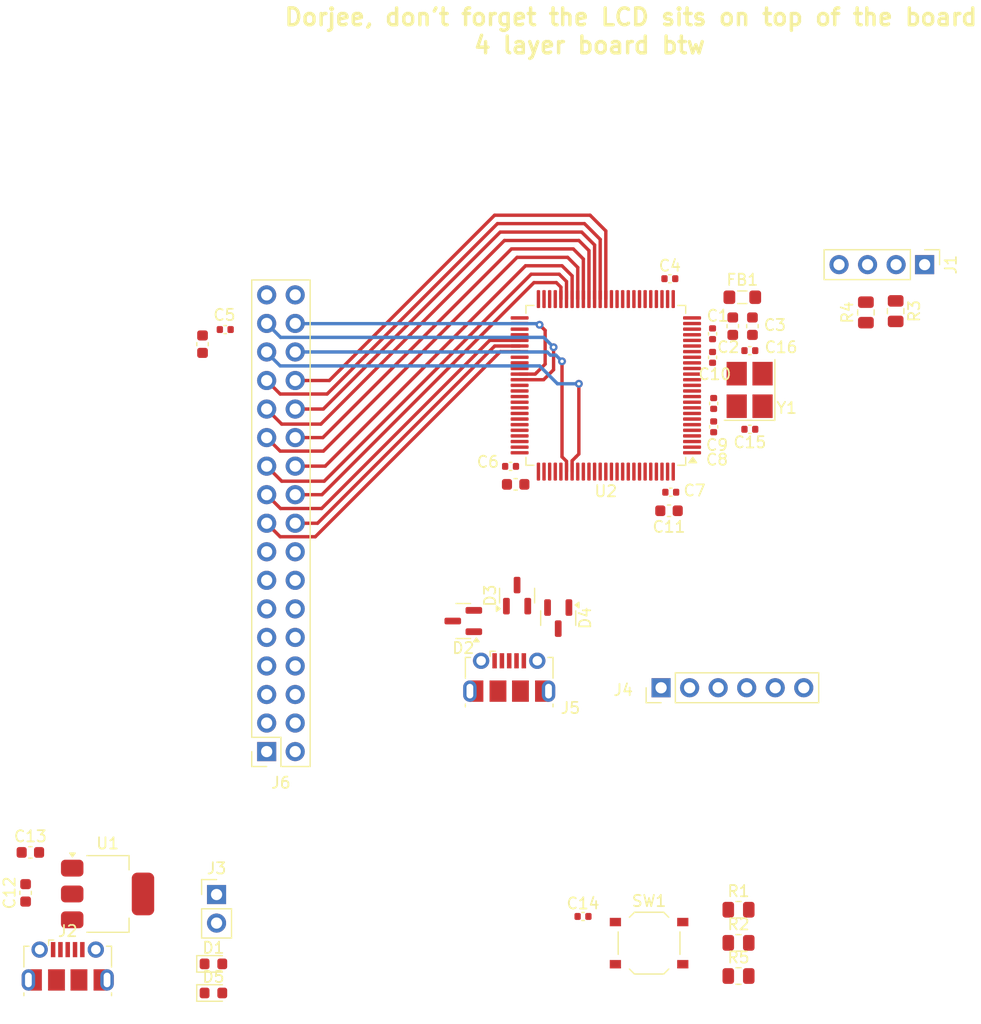
<source format=kicad_pcb>
(kicad_pcb (version 20241229) (generator "pcbnew") (generator_version "9.0")
  (layers (0 "F.Cu" signal) (4 "In1.Cu" signal) (6 "In2.Cu" signal) (2 "B.Cu" power) (13 "F.Paste" user) (15 "B.Paste" user) (5 "F.SilkS" user "F.Silkscreen") (7 "B.SilkS" user "B.Silkscreen") (1 "F.Mask" user) (3 "B.Mask" user) (25 "Edge.Cuts" user))
  (net 0 "")
  (net 1 "GND")
  (net 2 "+3.3VA")
  (net 3 "+3.3V")
  (net 4 "+5V")
  (net 5 "/SWD_NRST")
  (net 6 "/HSE_IN")
  (net 7 "/HSE_OUT")
  (net 8 "/VCAP1")
  (net 9 "/VCAP2")
  (net 10 "Net-(D1-K)")
  (net 11 "/USB_OTG_FS_VBUS")
  (net 12 "/USB_OTG_FS_D-")
  (net 13 "/USB_OTG_FS_D+")
  (net 14 "Net-(D5-A)")
  (net 15 "/USART2_RX")
  (net 16 "/USART2_TX")
  (net 26 "/SWDIO")
  (net 36 "/FMC_A16")
  (net 38 "/FMC_NOE")
  (net 39 "/LCD_NRST")
  (net 40 "/FMC_D12")
  (net 42 "/FMC_D14")
  (net 43 "/FMC_D13")
  (net 44 "/FMC_D9")
  (net 45 "/FMC_D6")
  (net 46 "/TP_SDI")
  (net 47 "/FMC_D8")
  (net 48 "/TP_IRQ")
  (net 49 "/FMC_NE1")
  (net 50 "/FMC_D7")
  (net 51 "/FMC_D3")
  (net 52 "/FMC_D15")
  (net 53 "/TP_SCK")
  (net 55 "/TP_CS")
  (net 56 "/FMC_D5")
  (net 57 "/BL_PWM")
  (net 58 "/FMC_D1")
  (net 59 "/TP_SDO")
  (net 60 "/FMC_D4")
  (net 61 "/FMC_D11")
  (net 62 "/FMC_D10")
  (net 63 "/FMC_D2")
  (net 64 "/FMC_NWE")
  (net 65 "/FMC_D0")
  (net 66 "/BOOT0")
  (net 67 "Net-(U2-PC9)")
  (net 109 "/SWDO")
  (net 110 "/SWDCLK")
  (net 113 "Net-(J1-Pin_3)")
  (net 114 "Net-(J1-Pin_2)")
  (footprint "Capacitor_SMD:C_0402_1005Metric" (layer "F.Cu") (at 192.5 77.5 -90)
    (property "Reference" "C9" (at 3.7 -0.3 0) (layer "F.SilkS"))
    (property "Value" "100n")
    (pad "1" smd roundrect (at -0.48 0 270) (size 0.56 0.62) (layers "F.Cu" "F.Mask" "F.Paste") (net 3 "+3.3V"))
    (pad "2" smd roundrect (at 0.48 0 270) (size 0.56 0.62) (layers "F.Cu" "F.Mask" "F.Paste") (net 1 "GND"))
  )
  (footprint "Capacitor_SMD:C_0603_1608Metric" (layer "F.Cu") (at 131.675 117.45)
    (property "Reference" "C13" (at 0 -1.43 0) (layer "F.SilkS"))
    (property "Value" "22u")
    (pad "1" smd roundrect (at -0.775 0) (size 0.9 0.95) (layers "F.Cu" "F.Mask" "F.Paste") (net 3 "+3.3V"))
    (pad "2" smd roundrect (at 0.775 0) (size 0.9 0.95) (layers "F.Cu" "F.Mask" "F.Paste") (net 1 "GND"))
  )
  (footprint "Button_Switch_SMD:SW_Push_1P1T_XKB_TS-1187A" (layer "F.Cu") (at 186.75 125.525)
    (property "Reference" "SW1" (at 0 -3.75 0) (layer "F.SilkS"))
    (property "Value" "SW_Push")
    (pad "1" smd rect (at -3 -1.875) (size 1 0.75) (layers "F.Cu" "F.Mask" "F.Paste") (net 1 "GND"))
    (pad "1" smd rect (at 3 -1.875) (size 1 0.75) (layers "F.Cu" "F.Mask" "F.Paste") (net 1 "GND"))
    (pad "2" smd rect (at -3 1.875) (size 1 0.75) (layers "F.Cu" "F.Mask" "F.Paste") (net 5 "/SWD_NRST"))
    (pad "2" smd rect (at 3 1.875) (size 1 0.75) (layers "F.Cu" "F.Mask" "F.Paste") (net 5 "/SWD_NRST"))
  )
  (footprint "Resistor_SMD:R_0805_2012Metric" (layer "F.Cu") (at 208.7 69.2875 -90)
    (property "Reference" "R3" (at 0 -1.65 90) (layer "F.SilkS"))
    (property "Value" "220R")
    (pad "1" smd roundrect (at -0.9125 0 270) (size 1.025 1.4) (layers "F.Cu" "F.Mask" "F.Paste") (roundrect_rratio 0.243902) (net 16 "/USART2_TX"))
    (pad "2" smd roundrect (at 0.9125 0 270) (size 1.025 1.4) (layers "F.Cu" "F.Mask" "F.Paste") (roundrect_rratio 0.243902) (net 114 "Net-(J1-Pin_2)"))
  )
  (footprint "Connector_USB:USB_Micro-B_Molex-105017-0001" (layer "F.Cu") (at 174.3 101.8625)
    (property "Reference" "J5" (at 5.45 2.7375 0) (layer "F.SilkS"))
    (property "Value" "USB_B_Micro")
    (pad "1" smd rect (at -1.3 -1.4625) (size 0.4 1.35) (layers "F.Cu" "F.Mask" "F.Paste") (net 11 "/USB_OTG_FS_VBUS"))
    (pad "2" smd rect (at -0.65 -1.4625) (size 0.4 1.35) (layers "F.Cu" "F.Mask" "F.Paste") (net 12 "/USB_OTG_FS_D-"))
    (pad "3" smd rect (at 0 -1.4625) (size 0.4 1.35) (layers "F.Cu" "F.Mask" "F.Paste") (net 13 "/USB_OTG_FS_D+"))
    (pad "4" smd rect (at 0.65 -1.4625) (size 0.4 1.35) (layers "F.Cu" "F.Mask" "F.Paste"))
    (pad "5" smd rect (at 1.3 -1.4625) (size 0.4 1.35) (layers "F.Cu" "F.Mask" "F.Paste") (net 1 "GND"))
    (pad "6" thru_hole oval (at -3.5 1.2375 180) (size 1.2 1.9) (drill oval 0.6 1.3) (property pad_prop_heatsink) (layers "*.Cu" "*.Mask"))
    (pad "6" smd rect (at -2.9 1.2375) (size 1.2 1.9) (layers "F.Cu" "F.Mask"))
    (pad "6" thru_hole circle (at -2.5 -1.4625) (size 1.45 1.45) (drill 0.85) (property pad_prop_heatsink) (layers "*.Cu" "*.Mask"))
    (pad "6" smd rect (at -1 1.2375) (size 1.5 1.9) (layers "F.Cu" "F.Mask" "F.Paste"))
    (pad "6" smd rect (at 1 1.2375) (size 1.5 1.9) (layers "F.Cu" "F.Mask" "F.Paste"))
    (pad "6" thru_hole circle (at 2.5 -1.4625) (size 1.45 1.45) (drill 0.85) (property pad_prop_heatsink) (layers "*.Cu" "*.Mask"))
    (pad "6" smd rect (at 2.9 1.2375) (size 1.2 1.9) (layers "F.Cu" "F.Mask"))
    (pad "6" thru_hole oval (at 3.5 1.2375) (size 1.2 1.9) (drill oval 0.6 1.3) (property pad_prop_heatsink) (layers "*.Cu" "*.Mask"))
  )
  (footprint "Capacitor_SMD:C_0402_1005Metric" (layer "F.Cu") (at 195.72 79.8 180)
    (property "Reference" "C15" (at 0 -1.16 0) (layer "F.SilkS"))
    (property "Value" "10p")
    (pad "1" smd roundrect (at -0.48 0 180) (size 0.56 0.62) (layers "F.Cu" "F.Mask" "F.Paste") (net 6 "/HSE_IN"))
    (pad "2" smd roundrect (at 0.48 0 180) (size 0.56 0.62) (layers "F.Cu" "F.Mask" "F.Paste") (net 1 "GND"))
  )
  (footprint "Resistor_SMD:R_0805_2012Metric" (layer "F.Cu") (at 194.7125 125.5)
    (property "Reference" "R2" (at 0 -1.65 0) (layer "F.SilkS"))
    (property "Value" "10k")
    (pad "1" smd roundrect (at -0.9125 0) (size 1.025 1.4) (layers "F.Cu" "F.Mask" "F.Paste") (roundrect_rratio 0.243902) (net 1 "GND"))
    (pad "2" smd roundrect (at 0.9125 0) (size 1.025 1.4) (layers "F.Cu" "F.Mask" "F.Paste") (roundrect_rratio 0.243902) (net 66 "/BOOT0"))
  )
  (footprint "Resistor_SMD:R_0805_2012Metric" (layer "F.Cu") (at 194.7125 128.45)
    (property "Reference" "R5" (at 0 -1.65 0) (layer "F.SilkS"))
    (property "Value" "1k")
    (pad "1" smd roundrect (at -0.9125 0) (size 1.025 1.4) (layers "F.Cu" "F.Mask" "F.Paste") (roundrect_rratio 0.243902) (net 67 "Net-(U2-PC9)"))
    (pad "2" smd roundrect (at 0.9125 0) (size 1.025 1.4) (layers "F.Cu" "F.Mask" "F.Paste") (roundrect_rratio 0.243902) (net 14 "Net-(D5-A)"))
  )
  (footprint "Crystal:Crystal_SMD_3225-4Pin_3.2x2.5mm_HandSoldering" (layer "F.Cu") (at 195.7 76.3 90)
    (property "Reference" "Y1" (at -1.6 3.3 0) (layer "F.SilkS"))
    (property "Value" "16MHz")
    (pad "1" smd rect (at -1.45 1.15 90) (size 2.1 1.8) (layers "F.Cu" "F.Mask" "F.Paste") (net 6 "/HSE_IN"))
    (pad "2" smd rect (at 1.45 1.15 90) (size 2.1 1.8) (layers "F.Cu" "F.Mask" "F.Paste") (net 1 "GND"))
    (pad "3" smd rect (at 1.45 -1.15 90) (size 2.1 1.8) (layers "F.Cu" "F.Mask" "F.Paste") (net 7 "/HSE_OUT"))
    (pad "4" smd rect (at -1.45 -1.15 90) (size 2.1 1.8) (layers "F.Cu" "F.Mask" "F.Paste") (net 1 "GND"))
  )
  (footprint "Capacitor_SMD:C_0603_1608Metric" (layer "F.Cu") (at 194.2 70.625 -90)
    (property "Reference" "C2" (at 1.865 0.4 180) (layer "F.SilkS"))
    (property "Value" "10u")
    (pad "1" smd roundrect (at -0.775 0 270) (size 0.9 0.95) (layers "F.Cu" "F.Mask" "F.Paste") (net 2 "+3.3VA"))
    (pad "2" smd roundrect (at 0.775 0 270) (size 0.9 0.95) (layers "F.Cu" "F.Mask" "F.Paste") (net 1 "GND"))
  )
  (footprint "Capacitor_SMD:C_0603_1608Metric" (layer "F.Cu") (at 131.25 121.05 90)
    (property "Reference" "C12" (at 0 -1.43 90) (layer "F.SilkS"))
    (property "Value" "22u")
    (pad "1" smd roundrect (at -0.775 0 90) (size 0.9 0.95) (layers "F.Cu" "F.Mask" "F.Paste") (net 4 "+5V"))
    (pad "2" smd roundrect (at 0.775 0 90) (size 0.9 0.95) (layers "F.Cu" "F.Mask" "F.Paste") (net 1 "GND"))
  )
  (footprint "LED_SMD:LED_0603_1608Metric" (layer "F.Cu") (at 147.97 127.37)
    (property "Reference" "D1" (at 0 -1.43 0) (layer "F.SilkS"))
    (property "Value" "RED")
    (pad "1" smd roundrect (at -0.7875 0) (size 0.875 0.95) (layers "F.Cu" "F.Mask" "F.Paste") (net 10 "Net-(D1-K)"))
    (pad "2" smd roundrect (at 0.7875 0) (size 0.875 0.95) (layers "F.Cu" "F.Mask" "F.Paste") (net 3 "+3.3V"))
  )
  (footprint "Capacitor_SMD:C_0402_1005Metric" (layer "F.Cu") (at 180.87 123.15)
    (property "Reference" "C14" (at 0 -1.16 0) (layer "F.SilkS"))
    (property "Value" "100n")
    (pad "1" smd roundrect (at -0.48 0) (size 0.56 0.62) (layers "F.Cu" "F.Mask" "F.Paste") (net 1 "GND"))
    (pad "2" smd roundrect (at 0.48 0) (size 0.56 0.62) (layers "F.Cu" "F.Mask" "F.Paste") (net 5 "/SWD_NRST"))
  )
  (footprint "Capacitor_SMD:C_0402_1005Metric" (layer "F.Cu") (at 192.5 79.58 90)
    (property "Reference" "C8" (at -2.92 0.3 0) (layer "F.SilkS"))
    (property "Value" "100n")
    (pad "1" smd roundrect (at -0.48 0 90) (size 0.56 0.62) (layers "F.Cu" "F.Mask" "F.Paste") (net 3 "+3.3V"))
    (pad "2" smd roundrect (at 0.48 0 90) (size 0.56 0.62) (layers "F.Cu" "F.Mask" "F.Paste") (net 1 "GND"))
  )
  (footprint "Package_TO_SOT_SMD:SOT-23" (layer "F.Cu") (at 170.2125 96.8625 180)
    (property "Reference" "D2" (at 0 -2.4 0) (layer "F.SilkS"))
    (property "Value" "P6SMB6.8")
    (pad "1" smd roundrect (at -0.9375 -0.95 180) (size 1.475 0.6) (layers "F.Cu" "F.Mask" "F.Paste") (net 1 "GND"))
    (pad "2" smd roundrect (at -0.9375 0.95 180) (size 1.475 0.6) (layers "F.Cu" "F.Mask" "F.Paste") (net 11 "/USB_OTG_FS_VBUS"))
    (pad "3" smd roundrect (at 0.9375 0 180) (size 1.475 0.6) (layers "F.Cu" "F.Mask" "F.Paste"))
  )
  (footprint "Capacitor_SMD:C_0402_1005Metric" (layer "F.Cu") (at 195.72 72.8)
    (property "Reference" "C16" (at 2.78 -0.3 0) (layer "F.SilkS"))
    (property "Value" "10p")
    (pad "1" smd roundrect (at -0.48 0) (size 0.56 0.62) (layers "F.Cu" "F.Mask" "F.Paste") (net 7 "/HSE_OUT"))
    (pad "2" smd roundrect (at 0.48 0) (size 0.56 0.62) (layers "F.Cu" "F.Mask" "F.Paste") (net 1 "GND"))
  )
  (footprint "Capacitor_SMD:C_0603_1608Metric" (layer "F.Cu") (at 174.875 84.7 180)
    (property "Reference" "C18" (hide yes))
    (property "Value" "2u2")
    (pad "1" smd roundrect (at -0.775 0 180) (size 0.9 0.95) (layers "F.Cu" "F.Mask" "F.Paste") (net 9 "/VCAP2"))
    (pad "2" smd roundrect (at 0.775 0 180) (size 0.9 0.95) (layers "F.Cu" "F.Mask" "F.Paste") (net 1 "GND"))
  )
  (footprint "LED_SMD:LED_0603_1608Metric" (layer "F.Cu") (at 147.97 129.96)
    (property "Reference" "D5" (at 0 -1.43 0) (layer "F.SilkS"))
    (property "Value" "GREEN")
    (pad "1" smd roundrect (at -0.7875 0) (size 0.875 0.95) (layers "F.Cu" "F.Mask" "F.Paste") (net 1 "GND"))
    (pad "2" smd roundrect (at 0.7875 0) (size 0.875 0.95) (layers "F.Cu" "F.Mask" "F.Paste") (net 14 "Net-(D5-A)"))
  )
  (footprint "Package_TO_SOT_SMD:SOT-23" (layer "F.Cu") (at 178.6625 96.6 -90)
    (property "Reference" "D4" (at 0 -2.4 90) (layer "F.SilkS"))
    (property "Value" "P6SMB6.8")
    (pad "1" smd roundrect (at -0.9375 -0.95 270) (size 1.475 0.6) (layers "F.Cu" "F.Mask" "F.Paste") (net 1 "GND"))
    (pad "2" smd roundrect (at -0.9375 0.95 270) (size 1.475 0.6) (layers "F.Cu" "F.Mask" "F.Paste") (net 13 "/USB_OTG_FS_D+"))
    (pad "3" smd roundrect (at 0.9375 0 270) (size 1.475 0.6) (layers "F.Cu" "F.Mask" "F.Paste"))
  )
  (footprint "Capacitor_SMD:C_0402_1005Metric" (layer "F.Cu") (at 149.02 70.925 180)
    (property "Reference" "C5" (at 0.07 1.3 0) (layer "F.SilkS"))
    (property "Value" "100n")
    (pad "1" smd roundrect (at -0.48 0 180) (size 0.56 0.62) (layers "F.Cu" "F.Mask" "F.Paste") (net 3 "+3.3V"))
    (pad "2" smd roundrect (at 0.48 0 180) (size 0.56 0.62) (layers "F.Cu" "F.Mask" "F.Paste") (net 1 "GND"))
  )
  (footprint "Connector_USB:USB_Micro-B_Molex-105017-0001" (layer "F.Cu") (at 135 127.5625)
    (property "Reference" "J2" (at 0 -3.1125 0) (layer "F.SilkS"))
    (property "Value" "USB_B_Micro")
    (pad "1" smd rect (at -1.3 -1.4625) (size 0.4 1.35) (layers "F.Cu" "F.Mask" "F.Paste") (net 4 "+5V"))
    (pad "2" smd rect (at -0.65 -1.4625) (size 0.4 1.35) (layers "F.Cu" "F.Mask" "F.Paste"))
    (pad "3" smd rect (at 0 -1.4625) (size 0.4 1.35) (layers "F.Cu" "F.Mask" "F.Paste"))
    (pad "4" smd rect (at 0.65 -1.4625) (size 0.4 1.35) (layers "F.Cu" "F.Mask" "F.Paste"))
    (pad "5" smd rect (at 1.3 -1.4625) (size 0.4 1.35) (layers "F.Cu" "F.Mask" "F.Paste") (net 1 "GND"))
    (pad "6" thru_hole oval (at -3.5 1.2375 180) (size 1.2 1.9) (drill oval 0.6 1.3) (property pad_prop_heatsink) (layers "*.Cu" "*.Mask"))
    (pad "6" smd rect (at -2.9 1.2375) (size 1.2 1.9) (layers "F.Cu" "F.Mask"))
    (pad "6" thru_hole circle (at -2.5 -1.4625) (size 1.45 1.45) (drill 0.85) (property pad_prop_heatsink) (layers "*.Cu" "*.Mask"))
    (pad "6" smd rect (at -1 1.2375) (size 1.5 1.9) (layers "F.Cu" "F.Mask" "F.Paste"))
    (pad "6" smd rect (at 1 1.2375) (size 1.5 1.9) (layers "F.Cu" "F.Mask" "F.Paste"))
    (pad "6" thru_hole circle (at 2.5 -1.4625) (size 1.45 1.45) (drill 0.85) (property pad_prop_heatsink) (layers "*.Cu" "*.Mask"))
    (pad "6" smd rect (at 2.9 1.2375) (size 1.2 1.9) (layers "F.Cu" "F.Mask"))
    (pad "6" thru_hole oval (at 3.5 1.2375) (size 1.2 1.9) (drill oval 0.6 1.3) (property pad_prop_heatsink) (layers "*.Cu" "*.Mask"))
  )
  (footprint "Package_QFP:LQFP-100_14x14mm_P0.5mm" (layer "F.Cu") (at 182.9 75.89 180)
    (property "Reference" "U2" (at 0 -9.42 0) (layer "F.SilkS"))
    (property "Value" "STM32F429VITx")
    (pad "1" smd roundrect (at -7.675 -6 180) (size 1.6 0.3) (layers "F.Cu" "F.Mask" "F.Paste"))
    (pad "2" smd roundrect (at -7.675 -5.5 180) (size 1.6 0.3) (layers "F.Cu" "F.Mask" "F.Paste"))
    (pad "3" smd roundrect (at -7.675 -5 180) (size 1.6 0.3) (layers "F.Cu" "F.Mask" "F.Paste"))
    (pad "4" smd roundrect (at -7.675 -4.5 180) (size 1.6 0.3) (layers "F.Cu" "F.Mask" "F.Paste"))
    (pad "5" smd roundrect (at -7.675 -4 180) (size 1.6 0.3) (layers "F.Cu" "F.Mask" "F.Paste"))
    (pad "6" smd roundrect (at -7.675 -3.5 180) (size 1.6 0.3) (layers "F.Cu" "F.Mask" "F.Paste") (net 3 "+3.3V"))
    (pad "7" smd roundrect (at -7.675 -3 180) (size 1.6 0.3) (layers "F.Cu" "F.Mask" "F.Paste"))
    (pad "8" smd roundrect (at -7.675 -2.5 180) (size 1.6 0.3) (layers "F.Cu" "F.Mask" "F.Paste"))
    (pad "9" smd roundrect (at -7.675 -2 180) (size 1.6 0.3) (layers "F.Cu" "F.Mask" "F.Paste"))
    (pad "10" smd roundrect (at -7.675 -1.5 180) (size 1.6 0.3) (layers "F.Cu" "F.Mask" "F.Paste") (net 1 "GND"))
    (pad "11" smd roundrect (at -7.675 -1 180) (size 1.6 0.3) (layers "F.Cu" "F.Mask" "F.Paste") (net 3 "+3.3V"))
    (pad "12" smd roundrect (at -7.675 -0.5 180) (size 1.6 0.3) (layers "F.Cu" "F.Mask" "F.Paste") (net 6 "/HSE_IN"))
    (pad "13" smd roundrect (at -7.675 0 180) (size 1.6 0.3) (layers "F.Cu" "F.Mask" "F.Paste") (net 7 "/HSE_OUT"))
    (pad "14" smd roundrect (at -7.675 0.5 180) (size 1.6 0.3) (layers "F.Cu" "F.Mask" "F.Paste") (net 5 "/SWD_NRST"))
    (pad "15" smd roundrect (at -7.675 1 180) (size 1.6 0.3) (layers "F.Cu" "F.Mask" "F.Paste"))
    (pad "16" smd roundrect (at -7.675 1.5 180) (size 1.6 0.3) (layers "F.Cu" "F.Mask" "F.Paste"))
    (pad "17" smd roundrect (at -7.675 2 180) (size 1.6 0.3) (layers "F.Cu" "F.Mask" "F.Paste"))
    (pad "18" smd roundrect (at -7.675 2.5 180) (size 1.6 0.3) (layers "F.Cu" "F.Mask" "F.Paste"))
    (pad "19" smd roundrect (at -7.675 3 180) (size 1.6 0.3) (layers "F.Cu" "F.Mask" "F.Paste") (net 3 "+3.3V"))
    (pad "20" smd roundrect (at -7.675 3.5 180) (size 1.6 0.3) (layers "F.Cu" "F.Mask" "F.Paste") (net 1 "GND"))
    (pad "21" smd roundrect (at -7.675 4 180) (size 1.6 0.3) (layers "F.Cu" "F.Mask" "F.Paste") (net 2 "+3.3VA"))
    (pad "22" smd roundrect (at -7.675 4.5 180) (size 1.6 0.3) (layers "F.Cu" "F.Mask" "F.Paste") (net 2 "+3.3VA"))
    (pad "23" smd roundrect (at -7.675 5 180) (size 1.6 0.3) (layers "F.Cu" "F.Mask" "F.Paste"))
    (pad "24" smd roundrect (at -7.675 5.5 180) (size 1.6 0.3) (layers "F.Cu" "F.Mask" "F.Paste") (net 57 "/BL_PWM"))
    (pad "25" smd roundrect (at -7.675 6 180) (size 1.6 0.3) (layers "F.Cu" "F.Mask" "F.Paste") (net 16 "/USART2_TX"))
    (pad "26" smd roundrect (at -6 7.675 180) (size 0.3 1.6) (layers "F.Cu" "F.Mask" "F.Paste") (net 15 "/USART2_RX"))
    (pad "27" smd roundrect (at -5.5 7.675 180) (size 0.3 1.6) (layers "F.Cu" "F.Mask" "F.Paste") (net 1 "GND"))
    (pad "28" smd roundrect (at -5 7.675 180) (size 0.3 1.6) (layers "F.Cu" "F.Mask" "F.Paste") (net 3 "+3.3V"))
    (pad "29" smd roundrect (at -4.5 7.675 180) (size 0.3 1.6) (layers "F.Cu" "F.Mask" "F.Paste") (net 55 "/TP_CS"))
    (pad "30" smd roundrect (at -4 7.675 180) (size 0.3 1.6) (layers "F.Cu" "F.Mask" "F.Paste") (net 53 "/TP_SCK"))
    (pad "31" smd roundrect (at -3.5 7.675 180) (size 0.3 1.6) (layers "F.Cu" "F.Mask" "F.Paste") (net 59 "/TP_SDO"))
    (pad "32" smd roundrect (at -3 7.675 180) (size 0.3 1.6) (layers "F.Cu" "F.Mask" "F.Paste") (net 46 "/TP_SDI"))
    (pad "33" smd roundrect (at -2.5 7.675 180) (size 0.3 1.6) (layers "F.Cu" "F.Mask" "F.Paste") (net 48 "/TP_IRQ"))
    (pad "34" smd roundrect (at -2 7.675 180) (size 0.3 1.6) (layers "F.Cu" "F.Mask" "F.Paste"))
    (pad "35" smd roundrect (at -1.5 7.675 180) (size 0.3 1.6) (layers "F.Cu" "F.Mask" "F.Paste"))
    (pad "36" smd roundrect (at -1 7.675 180) (size 0.3 1.6) (layers "F.Cu" "F.Mask" "F.Paste"))
    (pad "37" smd roundrect (at -0.5 7.675 180) (size 0.3 1.6) (layers "F.Cu" "F.Mask" "F.Paste"))
    (pad "38" smd roundrect (at 0 7.675 180) (size 0.3 1.6) (layers "F.Cu" "F.Mask" "F.Paste") (net 60 "/FMC_D4"))
    (pad "39" smd roundrect (at 0.5 7.675 180) (size 0.3 1.6) (layers "F.Cu" "F.Mask" "F.Paste") (net 56 "/FMC_D5"))
    (pad "40" smd roundrect (at 1 7.675 180) (size 0.3 1.6) (layers "F.Cu" "F.Mask" "F.Paste") (net 45 "/FMC_D6"))
    (pad "41" smd roundrect (at 1.5 7.675 180) (size 0.3 1.6) (layers "F.Cu" "F.Mask" "F.Paste") (net 50 "/FMC_D7"))
    (pad "42" smd roundrect (at 2 7.675 180) (size 0.3 1.6) (layers "F.Cu" "F.Mask" "F.Paste") (net 47 "/FMC_D8"))
    (pad "43" smd roundrect (at 2.5 7.675 180) (size 0.3 1.6) (layers "F.Cu" "F.Mask" "F.Paste") (net 44 "/FMC_D9"))
    (pad "44" smd roundrect (at 3 7.675 180) (size 0.3 1.6) (layers "F.Cu" "F.Mask" "F.Paste") (net 62 "/FMC_D10"))
    (pad "45" smd roundrect (at 3.5 7.675 180) (size 0.3 1.6) (layers "F.Cu" "F.Mask" "F.Paste") (net 61 "/FMC_D11"))
    (pad "46" smd roundrect (at 4 7.675 180) (size 0.3 1.6) (layers "F.Cu" "F.Mask" "F.Paste") (net 40 "/FMC_D12"))
    (pad "47" smd roundrect (at 4.5 7.675 180) (size 0.3 1.6) (layers "F.Cu" "F.Mask" "F.Paste"))
    (pad "48" smd roundrect (at 5 7.675 180) (size 0.3 1.6) (layers "F.Cu" "F.Mask" "F.Paste"))
    (pad "49" smd roundrect (at 5.5 7.675 180) (size 0.3 1.6) (layers "F.Cu" "F.Mask" "F.Paste") (net 8 "/VCAP1"))
    (pad "50" smd roundrect (at 6 7.675 180) (size 0.3 1.6) (layers "F.Cu" "F.Mask" "F.Paste") (net 3 "+3.3V"))
    (pad "51" smd roundrect (at 7.675 6 180) (size 1.6 0.3) (layers "F.Cu" "F.Mask" "F.Paste"))
    (pad "52" smd roundrect (at 7.675 5.5 180) (size 1.6 0.3) (layers "F.Cu" "F.Mask" "F.Paste"))
    (pad "53" smd roundrect (at 7.675 5 180) (size 1.6 0.3) (layers "F.Cu" "F.Mask" "F.Paste"))
    (pad "54" smd roundrect (at 7.675 4.5 180) (size 1.6 0.3) (layers "F.Cu" "F.Mask" "F.Paste"))
    (pad "55" smd roundrect (at 7.675 4 180) (size 1.6 0.3) (layers "F.Cu" "F.Mask" "F.Paste") (net 43 "/FMC_D13"))
    (pad "56" smd roundrect (at 7.675 3.5 180) (size 1.6 0.3) (layers "F.Cu" "F.Mask" "F.Paste") (net 42 "/FMC_D14"))
    (pad "57" smd roundrect (at 7.675 3 180) (size 1.6 0.3) (layers "F.Cu" "F.Mask" "F.Paste") (net 52 "/FMC_D15"))
    (pad "58" smd roundrect (at 7.675 2.5 180) (size 1.6 0.3) (layers "F.Cu" "F.Mask" "F.Paste") (net 36 "/FMC_A16"))
    (pad "59" smd roundrect (at 7.675 2 180) (size 1.6 0.3) (layers "F.Cu" "F.Mask" "F.Paste"))
    (pad "60" smd roundrect (at 7.675 1.5 180) (size 1.6 0.3) (layers "F.Cu" "F.Mask" "F.Paste"))
    (pad "61" smd roundrect (at 7.675 1 180) (size 1.6 0.3) (layers "F.Cu" "F.Mask" "F.Paste") (net 65 "/FMC_D0"))
    (pad "62" smd roundrect (at 7.675 0.5 180) (size 1.6 0.3) (layers "F.Cu" "F.Mask" "F.Paste") (net 58 "/FMC_D1"))
    (pad "63" smd roundrect (at 7.675 0 180) (size 1.6 0.3) (layers "F.Cu" "F.Mask" "F.Paste"))
    (pad "64" smd roundrect (at 7.675 -0.5 180) (size 1.6 0.3) (layers "F.Cu" "F.Mask" "F.Paste"))
    (pad "65" smd roundrect (at 7.675 -1 180) (size 1.6 0.3) (layers "F.Cu" "F.Mask" "F.Paste"))
    (pad "66" smd roundrect (at 7.675 -1.5 180) (size 1.6 0.3) (layers "F.Cu" "F.Mask" "F.Paste") (net 67 "Net-(U2-PC9)"))
    (pad "67" smd roundrect (at 7.675 -2 180) (size 1.6 0.3) (layers "F.Cu" "F.Mask" "F.Paste"))
    (pad "68" smd roundrect (at 7.675 -2.5 180) (size 1.6 0.3) (layers "F.Cu" "F.Mask" "F.Paste") (net 11 "/USB_OTG_FS_VBUS"))
    (pad "69" smd roundrect (at 7.675 -3 180) (size 1.6 0.3) (layers "F.Cu" "F.Mask" "F.Paste"))
    (pad "70" smd roundrect (at 7.675 -3.5 180) (size 1.6 0.3) (layers "F.Cu" "F.Mask" "F.Paste") (net 12 "/USB_OTG_FS_D-"))
    (pad "71" smd roundrect (at 7.675 -4 180) (size 1.6 0.3) (layers "F.Cu" "F.Mask" "F.Paste") (net 13 "/USB_OTG_FS_D+"))
    (pad "72" smd roundrect (at 7.675 -4.5 180) (size 1.6 0.3) (layers "F.Cu" "F.Mask" "F.Paste") (net 26 "/SWDIO"))
    (pad "73" smd roundrect (at 7.675 -5 180) (size 1.6 0.3) (layers "F.Cu" "F.Mask" "F.Paste") (net 9 "/VCAP2"))
    (pad "74" smd roundrect (at 7.675 -5.5 180) (size 1.6 0.3) (layers "F.Cu" "F.Mask" "F.Paste") (net 1 "GND"))
    (pad "75" smd roundrect (at 7.675 -6 180) (size 1.6 0.3) (layers "F.Cu" "F.Mask" "F.Paste") (net 3 "+3.3V"))
    (pad "76" smd roundrect (at 6 -7.675 180) (size 0.3 1.6) (layers "F.Cu" "F.Mask" "F.Paste") (net 110 "/SWDCLK"))
    (pad "77" smd roundrect (at 5.5 -7.675 180) (size 0.3 1.6) (layers "F.Cu" "F.Mask" "F.Paste"))
    (pad "78" smd roundrect (at 5 -7.675 180) (size 0.3 1.6) (layers "F.Cu" "F.Mask" "F.Paste"))
    (pad "79" smd roundrect (at 4.5 -7.675 180) (size 0.3 1.6) (layers "F.Cu" "F.Mask" "F.Paste"))
    (pad "80" smd roundrect (at 4 -7.675 180) (size 0.3 1.6) (layers "F.Cu" "F.Mask" "F.Paste"))
    (pad "81" smd roundrect (at 3.5 -7.675 180) (size 0.3 1.6) (layers "F.Cu" "F.Mask" "F.Paste") (net 63 "/FMC_D2"))
    (pad "82" smd roundrect (at 3 -7.675 180) (size 0.3 1.6) (layers "F.Cu" "F.Mask" "F.Paste") (net 51 "/FMC_D3"))
    (pad "83" smd roundrect (at 2.5 -7.675 180) (size 0.3 1.6) (layers "F.Cu" "F.Mask" "F.Paste"))
    (pad "84" smd roundrect (at 2 -7.675 180) (size 0.3 1.6) (layers "F.Cu" "F.Mask" "F.Paste"))
    (pad "85" smd roundrect (at 1.5 -7.675 180) (size 0.3 1.6) (layers "F.Cu" "F.Mask" "F.Paste") (net 38 "/FMC_NOE"))
    (pad "86" smd roundrect (at 1 -7.675 180) (size 0.3 1.6) (layers "F.Cu" "F.Mask" "F.Paste") (net 64 "/FMC_NWE"))
    (pad "87" smd roundrect (at 0.5 -7.675 180) (size 0.3 1.6) (layers "F.Cu" "F.Mask" "F.Paste") (net 39 "/LCD_NRST"))
    (pad "88" smd roundrect (at 0 -7.675 180) (size 0.3 1.6) (layers "F.Cu" "F.Mask" "F.Paste") (net 49 "/FMC_NE1"))
    (pad "89" smd roundrect (at -0.5 -7.675 180) (size 0.3 1.6) (layers "F.Cu" "F.Mask" "F.Paste") (net 109 "/SWDO"))
    (pad "90" smd roundrect (at -1 -7.675 180) (size 0.3 1.6) (layers "F.Cu" "F.Mask" "F.Paste"))
    (pad "91" smd roundrect (at -1.5 -7.675 180) (size 0.3 1.6) (layers "F.Cu" "F.Mask" "F.Paste"))
    (pad "92" smd roundrect (at -2 -7.675 180) (size 0.3 1.6) (layers "F.Cu" "F.Mask" "F.Paste"))
    (pad "93" smd roundrect (at -2.5 -7.675 180) (size 0.3 1.6) (layers "F.Cu" "F.Mask" "F.Paste"))
    (pad "94" smd roundrect (at -3 -7.675 180) (size 0.3 1.6) (layers "F.Cu" "F.Mask" "F.Paste") (net 66 "/BOOT0"))
    (pad "95" smd roundrect (at -3.5 -7.675 180) (size 0.3 1.6) (layers "F.Cu" "F.Mask" "F.Paste"))
    (pad "96" smd roundrect (at -4 -7.675 180) (size 0.3 1.6) (layers "F.Cu" "F.Mask" "F.Paste"))
    (pad "97" smd roundrect (at -4.5 -7.675 180) (size 0.3 1.6) (layers "F.Cu" "F.Mask" "F.Paste"))
    (pad "98" smd roundrect (at -5 -7.675 180) (size 0.3 1.6) (layers "F.Cu" "F.Mask" "F.Paste"))
    (pad "99" smd roundrect (at -5.5 -7.675 180) (size 0.3 1.6) (layers "F.Cu" "F.Mask" "F.Paste") (net 1 "GND"))
    (pad "100" smd roundrect (at -6 -7.675 180) (size 0.3 1.6) (layers "F.Cu" "F.Mask" "F.Paste") (net 3 "+3.3V"))
  )
  (footprint "Package_TO_SOT_SMD:SOT-223-3_TabPin2" (layer "F.Cu") (at 138.55 121.15)
    (property "Reference" "U1" (at 0 -4.5 0) (layer "F.SilkS"))
    (property "Value" "AMS1117-3.3")
    (pad "1" smd roundrect (at -3.15 -2.3) (size 2 1.5) (layers "F.Cu" "F.Mask" "F.Paste") (net 1 "GND"))
    (pad "2" smd roundrect (at -3.15 0) (size 2 1.5) (layers "F.Cu" "F.Mask" "F.Paste") (net 3 "+3.3V"))
    (pad "2" smd roundrect (at 3.15 0) (size 2 3.8) (layers "F.Cu" "F.Mask" "F.Paste") (net 3 "+3.3V"))
    (pad "3" smd roundrect (at -3.15 2.3) (size 2 1.5) (layers "F.Cu" "F.Mask" "F.Paste") (net 4 "+5V"))
  )
  (footprint "Capacitor_SMD:C_0402_1005Metric" (layer "F.Cu") (at 188.6 66.4)
    (property "Reference" "C4" (at 0 -1.16 0) (layer "F.SilkS"))
    (property "Value" "100n")
    (pad "1" smd roundrect (at -0.48 0) (size 0.56 0.62) (layers "F.Cu" "F.Mask" "F.Paste") (net 3 "+3.3V"))
    (pad "2" smd roundrect (at 0.48 0) (size 0.56 0.62) (layers "F.Cu" "F.Mask" "F.Paste") (net 1 "GND"))
  )
  (footprint "Capacitor_SMD:C_0402_1005Metric" (layer "F.Cu") (at 192.4 71.3 -90)
    (property "Reference" "C1" (at -1.6 -0.46 0) (layer "F.SilkS"))
    (property "Value" "100n")
    (pad "1" smd roundrect (at -0.48 0 270) (size 0.56 0.62) (layers "F.Cu" "F.Mask" "F.Paste") (net 2 "+3.3VA"))
    (pad "2" smd roundrect (at 0.48 0 270) (size 0.56 0.62) (layers "F.Cu" "F.Mask" "F.Paste") (net 1 "GND"))
  )
  (footprint "Connector_PinHeader_2.54mm:PinHeader_1x02_P2.54mm_Vertical" (layer "F.Cu") (at 148.25 121.2)
    (property "Reference" "J3" (at 0 -2.33 0) (layer "F.SilkS"))
    (property "Value" "Conn_01x02")
    (pad "1" thru_hole rect (at 0 0) (size 1.7 1.7) (drill 1) (layers "*.Cu" "*.Mask") (net 4 "+5V"))
    (pad "2" thru_hole oval (at 0 2.54) (size 1.7 1.7) (drill 1) (layers "*.Cu" "*.Mask") (net 1 "GND"))
  )
  (footprint "Capacitor_SMD:C_0402_1005Metric" (layer "F.Cu") (at 188.68 85.4 180)
    (property "Reference" "C7" (at -2.12 0.15 0) (layer "F.SilkS"))
    (property "Value" "100n")
    (pad "1" smd roundrect (at -0.48 0 180) (size 0.56 0.62) (layers "F.Cu" "F.Mask" "F.Paste") (net 3 "+3.3V"))
    (pad "2" smd roundrect (at 0.48 0 180) (size 0.56 0.62) (layers "F.Cu" "F.Mask" "F.Paste") (net 1 "GND"))
  )
  (footprint "Connector_PinHeader_2.54mm:PinHeader_1x06_P2.54mm_Vertical" (layer "F.Cu") (at 187.82 102.8 90)
    (property "Reference" "J4" (at -0.2 -3.37 0) (layer "F.SilkS"))
    (property "Value" "Conn_01x06")
    (pad "1" thru_hole rect (at 0 0 90) (size 1.7 1.7) (drill 1) (layers "*.Cu" "*.Mask") (net 3 "+3.3V"))
    (pad "2" thru_hole oval (at 0 2.54 90) (size 1.7 1.7) (drill 1) (layers "*.Cu" "*.Mask") (net 5 "/SWD_NRST"))
    (pad "3" thru_hole oval (at 0 5.08 90) (size 1.7 1.7) (drill 1) (layers "*.Cu" "*.Mask") (net 26 "/SWDIO"))
    (pad "4" thru_hole oval (at 0 7.62 90) (size 1.7 1.7) (drill 1) (layers "*.Cu" "*.Mask") (net 110 "/SWDCLK"))
    (pad "5" thru_hole oval (at 0 10.16 90) (size 1.7 1.7) (drill 1) (layers "*.Cu" "*.Mask") (net 109 "/SWDO"))
    (pad "6" thru_hole oval (at 0 12.7 90) (size 1.7 1.7) (drill 1) (layers "*.Cu" "*.Mask") (net 1 "GND"))
  )
  (footprint "Connector_PinHeader_2.54mm:PinHeader_1x04_P2.54mm_Vertical" (layer "F.Cu") (at 211.28 65.15 -90)
    (property "Reference" "J1" (at 0 -2.33 90) (layer "F.SilkS"))
    (property "Value" "Conn_01x04")
    (pad "1" thru_hole rect (at 0 0 270) (size 1.7 1.7) (drill 1) (layers "*.Cu" "*.Mask") (net 3 "+3.3V"))
    (pad "2" thru_hole oval (at 0 2.54 270) (size 1.7 1.7) (drill 1) (layers "*.Cu" "*.Mask") (net 114 "Net-(J1-Pin_2)"))
    (pad "3" thru_hole oval (at 0 5.08 270) (size 1.7 1.7) (drill 1) (layers "*.Cu" "*.Mask") (net 113 "Net-(J1-Pin_3)"))
    (pad "4" thru_hole oval (at 0 7.62 270) (size 1.7 1.7) (drill 1) (layers "*.Cu" "*.Mask") (net 1 "GND"))
  )
  (footprint "Capacitor_SMD:C_0402_1005Metric" (layer "F.Cu") (at 174.42 83.1 180)
    (property "Reference" "C6" (at 2.02 0.4 0) (layer "F.SilkS"))
    (property "Value" "100n")
    (pad "1" smd roundrect (at -0.48 0 180) (size 0.56 0.62) (layers "F.Cu" "F.Mask" "F.Paste") (net 3 "+3.3V"))
    (pad "2" smd roundrect (at 0.48 0 180) (size 0.56 0.62) (layers "F.Cu" "F.Mask" "F.Paste") (net 1 "GND"))
  )
  (footprint "Capacitor_SMD:C_0402_1005Metric" (layer "F.Cu") (at 192.4 73.4 90)
    (property "Reference" "C10" (at -1.5 0.2 0) (layer "F.SilkS"))
    (property "Value" "100n")
    (pad "1" smd roundrect (at -0.48 0 90) (size 0.56 0.62) (layers "F.Cu" "F.Mask" "F.Paste") (net 3 "+3.3V"))
    (pad "2" smd roundrect (at 0.48 0 90) (size 0.56 0.62) (layers "F.Cu" "F.Mask" "F.Paste") (net 1 "GND"))
  )
  (footprint "Capacitor_SMD:C_0603_1608Metric" (layer "F.Cu") (at 195.95 70.625 -90)
    (property "Reference" "C3" (at -0.1 -2 0) (layer "F.SilkS"))
    (property "Value" "1u")
    (pad "1" smd roundrect (at -0.775 0 270) (size 0.9 0.95) (layers "F.Cu" "F.Mask" "F.Paste") (net 3 "+3.3V"))
    (pad "2" smd roundrect (at 0.775 0 270) (size 0.9 0.95) (layers "F.Cu" "F.Mask" "F.Paste") (net 1 "GND"))
  )
  (footprint "Inductor_SMD:L_0805_2012Metric_Pad1.05x1.20mm_HandSolder" (layer "F.Cu") (at 195.05 68.05)
    (property "Reference" "FB1" (at 0 -1.55 0) (layer "F.SilkS"))
    (property "Value" "120R")
    (pad "1" smd roundrect (at -1.15 0) (size 1.05 1.2) (layers "F.Cu" "F.Mask" "F.Paste") (roundrect_rratio 0.238095) (net 2 "+3.3VA"))
    (pad "2" smd roundrect (at 1.15 0) (size 1.05 1.2) (layers "F.Cu" "F.Mask" "F.Paste") (roundrect_rratio 0.238095) (net 3 "+3.3V"))
  )
  (footprint "Capacitor_SMD:C_0603_1608Metric" (layer "F.Cu") (at 188.525 87.05 180)
    (property "Reference" "C11" (at 0 -1.43 0) (layer "F.SilkS"))
    (property "Value" "10u")
    (pad "1" smd roundrect (at -0.775 0 180) (size 0.9 0.95) (layers "F.Cu" "F.Mask" "F.Paste") (net 3 "+3.3V"))
    (pad "2" smd roundrect (at 0.775 0 180) (size 0.9 0.95) (layers "F.Cu" "F.Mask" "F.Paste") (net 1 "GND"))
  )
  (footprint "Package_TO_SOT_SMD:SOT-23" (layer "F.Cu") (at 175 94.6 90)
    (property "Reference" "D3" (at 0 -2.4 90) (layer "F.SilkS"))
    (property "Value" "P6SMB6.8")
    (pad "1" smd roundrect (at -0.9375 -0.95 90) (size 1.475 0.6) (layers "F.Cu" "F.Mask" "F.Paste") (net 1 "GND"))
    (pad "2" smd roundrect (at -0.9375 0.95 90) (size 1.475 0.6) (layers "F.Cu" "F.Mask" "F.Paste") (net 12 "/USB_OTG_FS_D-"))
    (pad "3" smd roundrect (at 0.9375 0 90) (size 1.475 0.6) (layers "F.Cu" "F.Mask" "F.Paste"))
  )
  (footprint "Capacitor_SMD:C_0603_1608Metric" (layer "F.Cu") (at 147 72.225 -90)
    (property "Reference" "C17" (hide yes))
    (property "Value" "2u2" (hide yes))
    (pad "1" smd roundrect (at -0.775 0 270) (size 0.9 0.95) (layers "F.Cu" "F.Mask" "F.Paste") (net 8 "/VCAP1"))
    (pad "2" smd roundrect (at 0.775 0 270) (size 0.9 0.95) (layers "F.Cu" "F.Mask" "F.Paste") (net 1 "GND"))
  )
  (footprint "Resistor_SMD:R_0805_2012Metric" (layer "F.Cu") (at 206.05 69.4 90)
    (property "Reference" "R4" (at 0 -1.65 90) (layer "F.SilkS"))
    (property "Value" "220R")
    (pad "1" smd roundrect (at -0.9125 0 90) (size 1.025 1.4) (layers "F.Cu" "F.Mask" "F.Paste") (roundrect_rratio 0.243902) (net 15 "/USART2_RX"))
    (pad "2" smd roundrect (at 0.9125 0 90) (size 1.025 1.4) (layers "F.Cu" "F.Mask" "F.Paste") (roundrect_rratio 0.243902) (net 113 "Net-(J1-Pin_3)"))
  )
  (footprint "Resistor_SMD:R_0805_2012Metric" (layer "F.Cu") (at 194.7125 122.55)
    (property "Reference" "R1" (at 0 -1.65 0) (layer "F.SilkS"))
    (property "Value" "1k")
    (pad "1" smd roundrect (at -0.9125 0) (size 1.025 1.4) (layers "F.Cu" "F.Mask" "F.Paste") (roundrect_rratio 0.243902) (net 10 "Net-(D1-K)"))
    (pad "2" smd roundrect (at 0.9125 0) (size 1.025 1.4) (layers "F.Cu" "F.Mask" "F.Paste") (roundrect_rratio 0.243902) (net 1 "GND"))
  )
  (footprint "Connector_PinSocket_2.54mm:PinSocket_2x17_P2.54mm_Vertical" (layer "F.Cu") (at 152.71 108.48 180)
    (property "Reference" "J6" (at -1.27 -2.77 0) (layer "F.SilkS"))
    (property "Value" "2x17 odd-even connector")
    (pad "1" thru_hole rect (at 0 0 180) (size 1.7 1.7) (drill 1) (layers "*.Cu" "*.Mask") (net 1 "GND"))
    (pad "2" thru_hole oval (at -2.54 0 180) (size 1.7 1.7) (drill 1) (layers "*.Cu" "*.Mask") (net 3 "+3.3V"))
    (pad "3" thru_hole oval (at 0 2.54 180) (size 1.7 1.7) (drill 1) (layers "*.Cu" "*.Mask") (net 59 "/TP_SDO"))
    (pad "4" thru_hole oval (at -2.54 2.54 180) (size 1.7 1.7) (drill 1) (layers "*.Cu" "*.Mask") (net 46 "/TP_SDI"))
    (pad "5" thru_hole oval (at 0 5.08 180) (size 1.7 1.7) (drill 1) (layers "*.Cu" "*.Mask") (net 53 "/TP_SCK"))
    (pad "6" thru_hole oval (at -2.54 5.08 180) (size 1.7 1.7) (drill 1) (layers "*.Cu" "*.Mask") (net 55 "/TP_CS"))
    (pad "7" thru_hole oval (at 0 7.62 180) (size 1.7 1.7) (drill 1) (layers "*.Cu" "*.Mask") (net 48 "/TP_IRQ"))
    (pad "8" thru_hole oval (at -2.54 7.62 180) (size 1.7 1.7) (drill 1) (layers "*.Cu" "*.Mask") (net 57 "/BL_PWM"))
    (pad "9" thru_hole oval (at 0 10.16 180) (size 1.7 1.7) (drill 1) (layers "*.Cu" "*.Mask") (net 1 "GND"))
    (pad "10" thru_hole oval (at -2.54 10.16 180) (size 1.7 1.7) (drill 1) (layers "*.Cu" "*.Mask") (net 3 "+3.3V"))
    (pad "11" thru_hole oval (at 0 12.7 180) (size 1.7 1.7) (drill 1) (layers "*.Cu" "*.Mask"))
    (pad "12" thru_hole oval (at -2.54 12.7 180) (size 1.7 1.7) (drill 1) (layers "*.Cu" "*.Mask") (net 39 "/LCD_NRST"))
    (pad "13" thru_hole oval (at 0 15.24 180) (size 1.7 1.7) (drill 1) (layers "*.Cu" "*.Mask") (net 38 "/FMC_NOE"))
    (pad "14" thru_hole oval (at -2.54 15.24 180) (size 1.7 1.7) (drill 1) (layers "*.Cu" "*.Mask") (net 64 "/FMC_NWE"))
    (pad "15" thru_hole oval (at 0 17.78 180) (size 1.7 1.7) (drill 1) (layers "*.Cu" "*.Mask") (net 36 "/FMC_A16"))
    (pad "16" thru_hole oval (at -2.54 17.78 180) (size 1.7 1.7) (drill 1) (layers "*.Cu" "*.Mask") (net 49 "/FMC_NE1"))
    (pad "17" thru_hole oval (at 0 20.32 180) (size 1.7 1.7) (drill 1) (layers "*.Cu" "*.Mask") (net 52 "/FMC_D15"))
    (pad "18" thru_hole oval (at -2.54 20.32 180) (size 1.7 1.7) (drill 1) (layers "*.Cu" "*.Mask") (net 42 "/FMC_D14"))
    (pad "19" thru_hole oval (at 0 22.86 180) (size 1.7 1.7) (drill 1) (layers "*.Cu" "*.Mask") (net 43 "/FMC_D13"))
    (pad "20" thru_hole oval (at -2.54 22.86 180) (size 1.7 1.7) (drill 1) (layers "*.Cu" "*.Mask") (net 40 "/FMC_D12"))
    (pad "21" thru_hole oval (at 0 25.4 180) (size 1.7 1.7) (drill 1) (layers "*.Cu" "*.Mask") (net 61 "/FMC_D11"))
    (pad "22" thru_hole oval (at -2.54 25.4 180) (size 1.7 1.7) (drill 1) (layers "*.Cu" "*.Mask") (net 62 "/FMC_D10"))
    (pad "23" thru_hole oval (at 0 27.94 180) (size 1.7 1.7) (drill 1) (layers "*.Cu" "*.Mask") (net 44 "/FMC_D9"))
    (pad "24" thru_hole oval (at -2.54 27.94 180) (size 1.7 1.7) (drill 1) (layers "*.Cu" "*.Mask") (net 47 "/FMC_D8"))
    (pad "25" thru_hole oval (at 0 30.48 180) (size 1.7 1.7) (drill 1) (layers "*.Cu" "*.Mask") (net 50 "/FMC_D7"))
    (pad "26" thru_hole oval (at -2.54 30.48 180) (size 1.7 1.7) (drill 1) (layers "*.Cu" "*.Mask") (net 45 "/FMC_D6"))
    (pad "27" thru_hole oval (at 0 33.02 180) (size 1.7 1.7) (drill 1) (layers "*.Cu" "*.Mask") (net 56 "/FMC_D5"))
    (pad "28" thru_hole oval (at -2.54 33.02 180) (size 1.7 1.7) (drill 1) (layers "*.Cu" "*.Mask") (net 60 "/FMC_D4"))
    (pad "29" thru_hole oval (at 0 35.56 180) (size 1.7 1.7) (drill 1) (layers "*.Cu" "*.Mask") (net 51 "/FMC_D3"))
    (pad "30" thru_hole oval (at -2.54 35.56 180) (size 1.7 1.7) (drill 1) (layers "*.Cu" "*.Mask") (net 63 "/FMC_D2"))
    (pad "31" thru_hole oval (at 0 38.1 180) (size 1.7 1.7) (drill 1) (layers "*.Cu" "*.Mask") (net 58 "/FMC_D1"))
    (pad "32" thru_hole oval (at -2.54 38.1 180) (size 1.7 1.7) (drill 1) (layers "*.Cu" "*.Mask") (net 65 "/FMC_D0"))
    (pad "33" thru_hole oval (at 0 40.64 180) (size 1.7 1.7) (drill 1) (layers "*.Cu" "*.Mask"))
    (pad "34" thru_hole oval (at -2.54 40.64 180) (size 1.7 1.7) (drill 1) (layers "*.Cu" "*.Mask"))
  )
  (gr_text "4 layer board btw\n" (at 171 46.5 0) (layer "F.SilkS") (effects (font (size 1.5 1.5) (thickness 0.3) (bold yes)) (justify left bottom)))
  (gr_text "Dorjee, don't forget the LCD sits on top of the board" (at 154.15 44 0) (layer "F.SilkS") (effects (font (size 1.5 1.5) (thickness 0.3) (bold yes)) (justify left bottom)))
  (segment (start 178.9 67.15) (end 178.5 66.75) (width 0.3) (layer "F.Cu") (net 40))
  (segment (start 178.5 66.75) (end 176.5 66.75) (width 0.3) (layer "F.Cu") (net 40))
  (segment (start 176.5 66.75) (end 157.63 85.62) (width 0.3) (layer "F.Cu") (net 40))
  (segment (start 157.63 85.62) (end 155.25 85.62) (width 0.3) (layer "F.Cu") (net 40))
  (segment (start 178.9 68.215) (end 178.9 67.15) (width 0.3) (layer "F.Cu") (net 40))
  (segment (start 173.01 72.39) (end 157.24 88.16) (width 0.3) (layer "F.Cu") (net 42))
  (segment (start 175.225 72.39) (end 173.01 72.39) (width 0.3) (layer "F.Cu") (net 42))
  (segment (start 157.24 88.16) (end 155.25 88.16) (width 0.3) (layer "F.Cu") (net 42))
  (segment (start 157.6 86.85) (end 153.94 86.85) (width 0.3) (layer "F.Cu") (net 43))
  (segment (start 153.94 86.85) (end 152.71 85.62) (width 0.3) (layer "F.Cu") (net 43))
  (segment (start 175.225 71.89) (end 172.56 71.89) (width 0.3) (layer "F.Cu") (net 43))
  (segment (start 172.56 71.89) (end 157.6 86.85) (width 0.3) (layer "F.Cu") (net 43))
  (segment (start 153.911 81.741) (end 152.71 80.54) (width 0.3) (layer "F.Cu") (net 44))
  (segment (start 175 64.5) (end 157.759 81.741) (width 0.3) (layer "F.Cu") (net 44))
  (segment (start 180.4 68.215) (end 180.4 65.4) (width 0.3) (layer "F.Cu") (net 44))
  (segment (start 180.4 65.4) (end 179.5 64.5) (width 0.3) (layer "F.Cu") (net 44))
  (segment (start 179.5 64.5) (end 175 64.5) (width 0.3) (layer "F.Cu") (net 44))
  (segment (start 157.759 81.741) (end 153.911 81.741) (width 0.3) (layer "F.Cu") (net 44))
  (segment (start 157.75 78) (end 155.25 78) (width 0.3) (layer "F.Cu") (net 45))
  (segment (start 173.5 62.25) (end 157.75 78) (width 0.3) (layer "F.Cu") (net 45))
  (segment (start 180.75 62.25) (end 173.5 62.25) (width 0.3) (layer "F.Cu") (net 45))
  (segment (start 181.9 68.215) (end 181.9 63.4) (width 0.3) (layer "F.Cu") (net 45))
  (segment (start 181.9 63.4) (end 180.75 62.25) (width 0.3) (layer "F.Cu") (net 45))
  (segment (start 180 63.75) (end 174.5 63.75) (width 0.3) (layer "F.Cu") (net 47))
  (segment (start 174.5 63.75) (end 157.71 80.54) (width 0.3) (layer "F.Cu") (net 47))
  (segment (start 180.9 64.65) (end 180 63.75) (width 0.3) (layer "F.Cu") (net 47))
  (segment (start 180.9 68.215) (end 180.9 64.65) (width 0.3) (layer "F.Cu") (net 47))
  (segment (start 157.71 80.54) (end 155.25 80.54) (width 0.3) (layer "F.Cu") (net 47))
  (segment (start 154.049 79.339) (end 152.71 78) (width 0.3) (layer "F.Cu") (net 50))
  (segment (start 157.536 79.339) (end 154.049 79.339) (width 0.3) (layer "F.Cu") (net 50))
  (segment (start 180.5 63) (end 173.875 63) (width 0.3) (layer "F.Cu") (net 50))
  (segment (start 181.4 63.9) (end 180.5 63) (width 0.3) (layer "F.Cu") (net 50))
  (segment (start 181.4 68.215) (end 181.4 63.9) (width 0.3) (layer "F.Cu") (net 50))
  (segment (start 173.875 63) (end 157.536 79.339) (width 0.3) (layer "F.Cu") (net 50))
  (segment (start 179.9 82.6) (end 180.25 82.25) (width 0.3) (layer "F.Cu") (net 51))
  (segment (start 179.9 83.565) (end 179.9 82.6) (width 0.3) (layer "F.Cu") (net 51))
  (segment (start 180.5 82) (end 180.5 75.75) (width 0.3) (layer "F.Cu") (net 51))
  (segment (start 180.25 82.25) (end 180.5 82) (width 0.3) (layer "F.Cu") (net 51))
  (via (at 180.5 75.75) (size 0.7) (drill 0.3) (layers "F.Cu" "B.Cu") (net 51))
  (segment (start 177.009 74.161) (end 153.911 74.161) (width 0.3) (layer "B.Cu") (net 51))
  (segment (start 152.71 72.96) (end 152.71 72.92) (width 0.3) (layer "B.Cu") (net 51))
  (segment (start 178.598 75.75) (end 177.009 74.161) (width 0.3) (layer "B.Cu") (net 51))
  (segment (start 180.5 75.75) (end 178.598 75.75) (width 0.3) (layer "B.Cu") (net 51))
  (segment (start 153.911 74.161) (end 152.71 72.96) (width 0.3) (layer "B.Cu") (net 51))
  (segment (start 173.51 72.89) (end 157.039 89.361) (width 0.3) (layer "F.Cu") (net 52))
  (segment (start 175.225 72.89) (end 173.51 72.89) (width 0.3) (layer "F.Cu") (net 52))
  (segment (start 157.039 89.361) (end 153.911 89.361) (width 0.3) (layer "F.Cu") (net 52))
  (segment (start 153.911 89.361) (end 152.71 88.16) (width 0.3) (layer "F.Cu") (net 52))
  (segment (start 182.4 62.9) (end 181 61.5) (width 0.3) (layer "F.Cu") (net 56))
  (segment (start 158.089 76.661) (end 153.911 76.661) (width 0.3) (layer "F.Cu") (net 56))
  (segment (start 153.911 76.661) (end 152.71 75.46) (width 0.3) (layer "F.Cu") (net 56))
  (segment (start 181 61.5) (end 173.25 61.5) (width 0.3) (layer "F.Cu") (net 56))
  (segment (start 182.4 68.215) (end 182.4 62.9) (width 0.3) (layer "F.Cu") (net 56))
  (segment (start 173.25 61.5) (end 158.089 76.661) (width 0.3) (layer "F.Cu") (net 56))
  (segment (start 177.36 75.39) (end 177.75 75) (width 0.3) (layer "F.Cu") (net 58))
  (segment (start 175.225 75.39) (end 177.36 75.39) (width 0.3) (layer "F.Cu") (net 58))
  (segment (start 177.75 75) (end 178.25 74.5) (width 0.3) (layer "F.Cu") (net 58))
  (segment (start 178.25 74.5) (end 178.25 72.5) (width 0.3) (layer "F.Cu") (net 58))
  (via (at 178.25 72.5) (size 0.7) (drill 0.3) (layers "F.Cu" "B.Cu") (net 58))
  (segment (start 153.951 71.621) (end 152.71 70.38) (width 0.3) (layer "B.Cu") (net 58))
  (segment (start 177.371 71.621) (end 153.951 71.621) (width 0.3) (layer "B.Cu") (net 58))
  (segment (start 178.25 72.5) (end 177.371 71.621) (width 0.3) (layer "B.Cu") (net 58))
  (segment (start 158.29 75.46) (end 155.25 75.46) (width 0.3) (layer "F.Cu") (net 60))
  (segment (start 182.9 68.215) (end 182.9 62.15) (width 0.3) (layer "F.Cu") (net 60))
  (segment (start 182.9 62.15) (end 181.5 60.75) (width 0.3) (layer "F.Cu") (net 60))
  (segment (start 173 60.75) (end 158.29 75.46) (width 0.3) (layer "F.Cu") (net 60))
  (segment (start 181.5 60.75) (end 173 60.75) (width 0.3) (layer "F.Cu") (net 60))
  (segment (start 179.4 68.215) (end 179.4 66.65) (width 0.3) (layer "F.Cu") (net 61))
  (segment (start 176.25 66) (end 157.831 84.419) (width 0.3) (layer "F.Cu") (net 61))
  (segment (start 178.75 66) (end 176.25 66) (width 0.3) (layer "F.Cu") (net 61))
  (segment (start 154.049 84.419) (end 152.71 83.08) (width 0.3) (layer "F.Cu") (net 61))
  (segment (start 179.4 66.65) (end 178.75 66) (width 0.3) (layer "F.Cu") (net 61))
  (segment (start 157.831 84.419) (end 154.049 84.419) (width 0.3) (layer "F.Cu") (net 61))
  (segment (start 157.92 83.08) (end 155.25 83.08) (width 0.3) (layer "F.Cu") (net 62))
  (segment (start 175.75 65.25) (end 157.92 83.08) (width 0.3) (layer "F.Cu") (net 62))
  (segment (start 179 65.25) (end 175.75 65.25) (width 0.3) (layer "F.Cu") (net 62))
  (segment (start 179.9 68.215) (end 179.9 66.15) (width 0.3) (layer "F.Cu") (net 62))
  (segment (start 179.9 66.15) (end 179 65.25) (width 0.3) (layer "F.Cu") (net 62))
  (segment (start 179.4 83.565) (end 179.4 82.65) (width 0.3) (layer "F.Cu") (net 63))
  (segment (start 179 82.25) (end 179 73.75) (width 0.3) (layer "F.Cu") (net 63))
  (segment (start 179.4 82.65) (end 179 82.25) (width 0.3) (layer "F.Cu") (net 63))
  (via (at 179 73.75) (size 0.7) (drill 0.3) (layers "F.Cu" "B.Cu") (net 63))
  (segment (start 177.678636 72.92) (end 155.25 72.92) (width 0.3) (layer "B.Cu") (net 63))
  (segment (start 179 73.75) (end 178.451 73.201) (width 0.3) (layer "B.Cu") (net 63))
  (segment (start 177.959636 73.201) (end 177.678636 72.92) (width 0.3) (layer "B.Cu") (net 63))
  (segment (start 178.451 73.201) (end 177.959636 73.201) (width 0.3) (layer "B.Cu") (net 63))
  (segment (start 175.225 74.89) (end 176.61 74.89) (width 0.3) (layer "F.Cu") (net 65))
  (segment (start 176.61 74.89) (end 176.75 74.75) (width 0.3) (layer "F.Cu") (net 65))
  (segment (start 177.25 74.25) (end 177.5 74) (width 0.3) (layer "F.Cu") (net 65))
  (segment (start 177.5 74) (end 177.5 71) (width 0.3) (layer "F.Cu") (net 65))
  (segment (start 177.5 71) (end 177 70.5) (width 0.3) (layer "F.Cu") (net 65))
  (segment (start 176.75 74.75) (end 177.25 74.25) (width 0.3) (layer "F.Cu") (net 65))
  (via (at 177 70.5) (size 0.7) (drill 0.3) (layers "F.Cu" "B.Cu") (net 65))
  (segment (start 155.27 70.4) (end 155.25 70.38) (width 0.3) (layer "B.Cu") (net 65))
  (segment (start 177 70.5) (end 176.9 70.4) (width 0.3) (layer "B.Cu") (net 65))
  (segment (start 176.9 70.4) (end 155.27 70.4) (width 0.3) (layer "B.Cu") (net 65))
)
</source>
